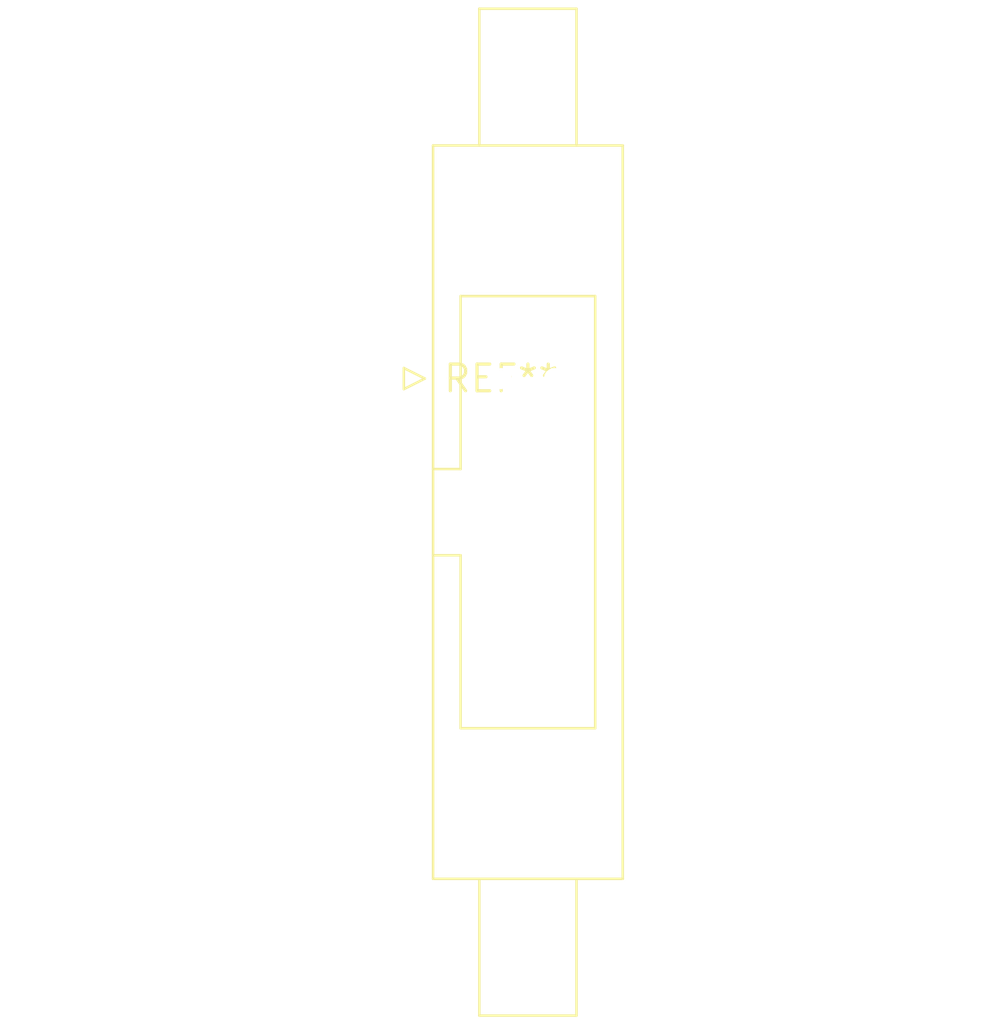
<source format=kicad_pcb>
(kicad_pcb (version 20240108) (generator pcbnew)
  (layers (0 "F.Cu" signal) (31 "B.Cu" signal) (34 "B.Paste" user) (35 "F.Paste" user) (36 "B.SilkS" user "B.Silkscreen") (37 "F.SilkS" user "F.Silkscreen") (38 "B.Mask" user) (39 "F.Mask" user) (44 "Edge.Cuts" user))
  (net 0 "")
  (footprint "IDC-Header_2x06_P2.54mm_Latch6.5mm_Vertical" (layer "F.Cu") (at 0 0)
    (property "Reference" "REF**")
    (property "Value" "IDC-Header_2x06_P2.54mm_Latch6.5mm_Vertical")
    (fp_line (start -4.63 -0.5) (end -4.63 0.5) (layer "F.SilkS") (stroke (width 0.12)))
    (fp_line (start -4.63 0.5) (end -3.63 0) (layer "F.SilkS") (stroke (width 0.12)))
    (fp_line (start -3.63 0) (end -4.63 -0.5) (layer "F.SilkS") (stroke (width 0.12)))
    (fp_line (start -3.24 -11.08) (end 5.78 -11.08) (layer "F.SilkS") (stroke (width 0.12)))
    (fp_line (start -3.24 4.3) (end -1.93 4.3) (layer "F.SilkS") (stroke (width 0.12)))
    (fp_line (start -3.24 23.78) (end -3.24 -11.08) (layer "F.SilkS") (stroke (width 0.12)))
    (fp_line (start -1.93 -3.92) (end 4.47 -3.92) (layer "F.SilkS") (stroke (width 0.12)))
    (fp_line (start -1.93 4.3) (end -1.93 -3.92) (layer "F.SilkS") (stroke (width 0.12)))
    (fp_line (start -1.93 8.4) (end -3.24 8.4) (layer "F.SilkS") (stroke (width 0.12)))
    (fp_line (start -1.93 8.4) (end -1.93 8.4) (layer "F.SilkS") (stroke (width 0.12)))
    (fp_line (start -1.93 16.62) (end -1.93 8.4) (layer "F.SilkS") (stroke (width 0.12)))
    (fp_line (start -1.04 -17.58) (end 3.58 -17.58) (layer "F.SilkS") (stroke (width 0.12)))
    (fp_line (start -1.04 -11.08) (end -1.04 -17.58) (layer "F.SilkS") (stroke (width 0.12)))
    (fp_line (start -1.04 23.78) (end -1.04 30.28) (layer "F.SilkS") (stroke (width 0.12)))
    (fp_line (start -1.04 30.28) (end 3.58 30.28) (layer "F.SilkS") (stroke (width 0.12)))
    (fp_line (start 3.58 -17.58) (end 3.58 -11.08) (layer "F.SilkS") (stroke (width 0.12)))
    (fp_line (start 3.58 30.28) (end 3.58 23.78) (layer "F.SilkS") (stroke (width 0.12)))
    (fp_line (start 4.47 -3.92) (end 4.47 16.62) (layer "F.SilkS") (stroke (width 0.12)))
    (fp_line (start 4.47 16.62) (end -1.93 16.62) (layer "F.SilkS") (stroke (width 0.12)))
    (fp_line (start 5.78 -11.08) (end 5.78 23.78) (layer "F.SilkS") (stroke (width 0.12)))
    (fp_line (start 5.78 23.78) (end -3.24 23.78) (layer "F.SilkS") (stroke (width 0.12)))
    (pad "1" thru_hole roundrect (at 0 0) (size 1.7 1.7) (drill 1) (layers *.Cu *.Mask) (remove_unused_layers) (roundrect_rratio 0.147059))
    (pad "2" thru_hole circle (at 2.54 0) (size 1.7 1.7) (drill 1) (layers *.Cu *.Mask) (remove_unused_layers))
    (pad "3" thru_hole circle (at 0 2.54) (size 1.7 1.7) (drill 1) (layers *.Cu *.Mask) (remove_unused_layers))
    (pad "4" thru_hole circle (at 2.54 2.54) (size 1.7 1.7) (drill 1) (layers *.Cu *.Mask) (remove_unused_layers))
    (pad "5" thru_hole circle (at 0 5.08) (size 1.7 1.7) (drill 1) (layers *.Cu *.Mask) (remove_unused_layers))
    (pad "6" thru_hole circle (at 2.54 5.08) (size 1.7 1.7) (drill 1) (layers *.Cu *.Mask) (remove_unused_layers))
    (pad "7" thru_hole circle (at 0 7.62) (size 1.7 1.7) (drill 1) (layers *.Cu *.Mask) (remove_unused_layers))
    (pad "8" thru_hole circle (at 2.54 7.62) (size 1.7 1.7) (drill 1) (layers *.Cu *.Mask) (remove_unused_layers))
    (pad "9" thru_hole circle (at 0 10.16) (size 1.7 1.7) (drill 1) (layers *.Cu *.Mask) (remove_unused_layers))
    (pad "10" thru_hole circle (at 2.54 10.16) (size 1.7 1.7) (drill 1) (layers *.Cu *.Mask) (remove_unused_layers))
    (pad "11" thru_hole circle (at 0 12.7) (size 1.7 1.7) (drill 1) (layers *.Cu *.Mask) (remove_unused_layers))
    (pad "12" thru_hole circle (at 2.54 12.7) (size 1.7 1.7) (drill 1) (layers *.Cu *.Mask) (remove_unused_layers))
  )
)
</source>
